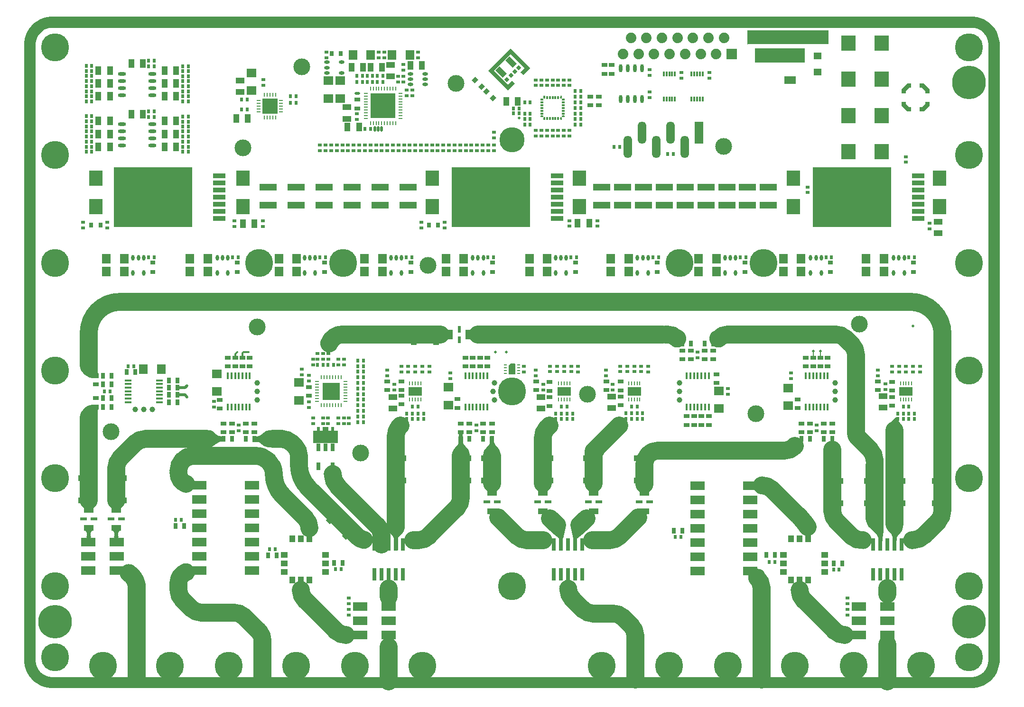
<source format=gts>
G04*
G04 #@! TF.GenerationSoftware,Altium Limited,Altium Designer,19.1.8 (144)*
G04*
G04 Layer_Color=8388736*
%FSLAX44Y44*%
%MOMM*%
G71*
G01*
G75*
%ADD11C,0.2000*%
%ADD14C,0.5000*%
%ADD15C,0.6350*%
%ADD17C,0.3000*%
%ADD20R,0.2500X0.7000*%
%ADD21R,2.3800X1.6500*%
%ADD22C,1.0000*%
%ADD23R,3.0480X1.2700*%
%ADD24R,2.1000X1.4000*%
%ADD25R,1.8000X1.6000*%
%ADD28R,1.1000X1.5000*%
%ADD29R,1.5000X1.1000*%
%ADD32R,1.6000X1.8000*%
%ADD33R,0.4000X0.8500*%
%ADD34R,3.1000X3.1000*%
%ADD35O,0.7500X0.2500*%
%ADD36O,0.2500X0.7500*%
%ADD38R,2.5400X1.6500*%
%ADD41R,0.7600X2.1600*%
%ADD42R,0.8000X1.0000*%
%ADD43R,1.0000X0.8000*%
G04:AMPARAMS|DCode=44|XSize=1mm|YSize=0.8mm|CornerRadius=0mm|HoleSize=0mm|Usage=FLASHONLY|Rotation=135.000|XOffset=0mm|YOffset=0mm|HoleType=Round|Shape=Rectangle|*
%AMROTATEDRECTD44*
4,1,4,0.6364,-0.0707,0.0707,-0.6364,-0.6364,0.0707,-0.0707,0.6364,0.6364,-0.0707,0.0*
%
%ADD44ROTATEDRECTD44*%

G04:AMPARAMS|DCode=45|XSize=1mm|YSize=0.8mm|CornerRadius=0mm|HoleSize=0mm|Usage=FLASHONLY|Rotation=225.000|XOffset=0mm|YOffset=0mm|HoleType=Round|Shape=Rectangle|*
%AMROTATEDRECTD45*
4,1,4,0.0707,0.6364,0.6364,0.0707,-0.0707,-0.6364,-0.6364,-0.0707,0.0707,0.6364,0.0*
%
%ADD45ROTATEDRECTD45*%

%ADD46O,0.6000X1.0000*%
%ADD47O,1.4500X0.6000*%
%ADD48R,4.5000X4.5000*%
%ADD49O,1.0000X0.6000*%
%ADD50R,0.8000X0.9500*%
%ADD51R,0.9500X0.8000*%
G04:AMPARAMS|DCode=53|XSize=0.95mm|YSize=0.8mm|CornerRadius=0mm|HoleSize=0mm|Usage=FLASHONLY|Rotation=45.000|XOffset=0mm|YOffset=0mm|HoleType=Round|Shape=Rectangle|*
%AMROTATEDRECTD53*
4,1,4,-0.0530,-0.6187,-0.6187,-0.0530,0.0530,0.6187,0.6187,0.0530,-0.0530,-0.6187,0.0*
%
%ADD53ROTATEDRECTD53*%

%ADD57R,0.4500X1.2000*%
%ADD58R,2.7500X2.7500*%
%ADD59O,0.6000X1.4500*%
G04:AMPARAMS|DCode=60|XSize=1mm|YSize=1.8mm|CornerRadius=0mm|HoleSize=0mm|Usage=FLASHONLY|Rotation=45.000|XOffset=0mm|YOffset=0mm|HoleType=Round|Shape=Rectangle|*
%AMROTATEDRECTD60*
4,1,4,0.2828,-0.9900,-0.9900,0.2828,-0.2828,0.9900,0.9900,-0.2828,0.2828,-0.9900,0.0*
%
%ADD60ROTATEDRECTD60*%

%ADD61R,1.4000X1.3000*%
%ADD62R,1.2450X0.6100*%
%ADD63R,1.8000X1.0400*%
%ADD66R,0.5000X0.5000*%
%ADD67R,0.3000X0.2000*%
%ADD68R,0.3000X0.5500*%
%ADD69R,0.5500X0.3000*%
%ADD70R,0.2000X0.3000*%
%ADD71R,1.2000X0.4500*%
%ADD72R,0.6100X1.2450*%
%ADD73R,1.0400X1.8000*%
%ADD77O,1.5000X4.0000*%
%ADD78R,1.5000X4.0000*%
%ADD79P,0.7071X4X180.0*%
%ADD80C,3.2000*%
%ADD81C,3.2000*%
%ADD82C,3.1990*%
%ADD83C,3.2000*%
%ADD84C,3.0000*%
%ADD85R,0.6000X0.7000*%
%ADD86R,0.7000X0.6000*%
%ADD87R,2.2860X0.8890*%
%ADD88R,8.8900X10.6680*%
%ADD89R,0.7600X1.4000*%
%ADD90C,6.0000*%
%ADD91R,2.5500X2.7700*%
%ADD92R,2.3500X2.7700*%
%ADD93R,1.2700X1.0200*%
%ADD94R,1.0200X1.2700*%
%ADD95R,1.0000X3.0000*%
G04:AMPARAMS|DCode=96|XSize=0.7mm|YSize=0.6mm|CornerRadius=0mm|HoleSize=0mm|Usage=FLASHONLY|Rotation=135.000|XOffset=0mm|YOffset=0mm|HoleType=Round|Shape=Rectangle|*
%AMROTATEDRECTD96*
4,1,4,0.4596,-0.0354,0.0354,-0.4596,-0.4596,0.0354,-0.0354,0.4596,0.4596,-0.0354,0.0*
%
%ADD96ROTATEDRECTD96*%

%ADD97R,0.5500X0.2500*%
%ADD98O,0.5000X1.0000*%
%ADD99O,1.0000X0.5000*%
%ADD100C,1.8796*%
%ADD101R,1.8796X1.8796*%
%ADD102C,5.0000*%
%ADD103C,4.5000*%
%ADD104C,0.5100*%
G36*
X820000Y669600D02*
X820000Y649600D01*
X145000Y649600D01*
Y649600D01*
X126400D01*
X-529400Y649600D01*
X-820667Y649593D01*
X-822599Y649487D01*
X-826424Y648905D01*
X-830142Y647834D01*
X-833691Y646295D01*
X-837012Y644311D01*
X-840051Y641916D01*
X-842756Y639150D01*
X-845083Y636059D01*
X-846992Y632694D01*
X-848453Y629112D01*
X-849440Y625371D01*
X-849938Y621534D01*
X-850000Y619600D01*
Y619600D01*
D01*
X-850000Y487000D01*
Y480000D01*
X-850000Y472999D01*
X-850000Y-480400D01*
X-849936Y-482362D01*
X-849424Y-486253D01*
X-848408Y-490043D01*
X-846906Y-493669D01*
X-844944Y-497067D01*
X-842555Y-500180D01*
X-839780Y-502955D01*
X-836667Y-505344D01*
X-833269Y-507306D01*
X-829643Y-508808D01*
X-825853Y-509823D01*
X-821962Y-510336D01*
X-820000Y-510400D01*
X-820000D01*
X-820000Y-530400D01*
X-823277Y-530400D01*
X-829775Y-529544D01*
X-836106Y-527848D01*
X-842162Y-525340D01*
X-847838Y-522063D01*
X-853038Y-518073D01*
X-857673Y-513438D01*
X-861663Y-508238D01*
X-864940Y-502562D01*
X-867448Y-496507D01*
X-869145Y-490176D01*
X-870000Y-483677D01*
Y-480400D01*
Y-480400D01*
X-870000Y619600D01*
X-870000D01*
X-870000Y622877D01*
X-869144Y629375D01*
X-867448Y635706D01*
X-864940Y641761D01*
X-861663Y647437D01*
X-857673Y652637D01*
X-853038Y657272D01*
X-847839Y661262D01*
X-842163Y664539D01*
X-836107Y667047D01*
X-829777Y668743D01*
X-823279Y669599D01*
X-820002D01*
X-820002Y669599D01*
X145000Y669600D01*
Y669600D01*
X820000Y669600D01*
D02*
G37*
G36*
X565000Y620000D02*
X420600D01*
X420000Y619400D01*
Y645000D01*
X565000D01*
Y620000D01*
D02*
G37*
G36*
X522500Y587500D02*
X482000D01*
X433500Y587500D01*
Y612500D01*
X522500Y612500D01*
Y587500D01*
D02*
G37*
G36*
X32503Y577597D02*
X19953Y565047D01*
X15851Y569149D01*
X15000Y570000D01*
X15832Y570925D01*
X22503Y577597D01*
X-2497Y602597D01*
X-32497Y572597D01*
X-7497Y547597D01*
X-925Y554168D01*
X0Y555000D01*
X851Y554149D01*
X4953Y550047D01*
X-7497Y537597D01*
X-42497Y572597D01*
X-2497Y612597D01*
X32503Y577597D01*
D02*
G37*
G36*
X712500Y550000D02*
Y542500D01*
X708501Y542500D01*
X702501Y536501D01*
X702498Y532499D01*
X695000Y532500D01*
X695000Y540000D01*
X705000Y550000D01*
X712500Y550000D01*
D02*
G37*
G36*
X745000Y540000D02*
X745000Y532500D01*
X737502Y532499D01*
X737499Y536501D01*
X731499Y542500D01*
X727500Y542500D01*
Y550000D01*
X735000Y550000D01*
X745000Y540000D01*
D02*
G37*
G36*
X89003Y523996D02*
X87852Y522847D01*
X86003Y522846D01*
Y527846D01*
X89003D01*
X89003Y523996D01*
D02*
G37*
G36*
X59003Y522846D02*
X57154Y522847D01*
X56002Y523996D01*
X56003Y527846D01*
X59003D01*
Y522846D01*
D02*
G37*
G36*
X94003Y522846D02*
Y519846D01*
X89003D01*
X89004Y521696D01*
X90153Y522847D01*
X94003Y522846D01*
D02*
G37*
G36*
X56003Y521695D02*
X56003Y519846D01*
X51003D01*
Y522846D01*
X54853Y522847D01*
X56003Y521695D01*
D02*
G37*
G36*
X745000Y517500D02*
X745000Y510000D01*
X735000Y500000D01*
X727500Y500000D01*
Y507500D01*
X731499Y507500D01*
X737499Y513499D01*
X737502Y517501D01*
X745000Y517500D01*
D02*
G37*
G36*
X702501Y513499D02*
X708501Y507500D01*
X712500Y507500D01*
Y500000D01*
X705000Y500000D01*
X695000Y510000D01*
X695000Y517500D01*
X702498Y517501D01*
X702501Y513499D01*
D02*
G37*
G36*
X94003Y489847D02*
X90153Y489846D01*
X89004Y490998D01*
X89003Y492847D01*
X94003D01*
Y489847D01*
D02*
G37*
G36*
X56003Y490998D02*
X54853Y489846D01*
X51003Y489846D01*
Y492846D01*
X56003D01*
X56003Y490998D01*
D02*
G37*
G36*
X87852Y489846D02*
X89004Y488697D01*
X89003Y484847D01*
X86003D01*
Y489846D01*
X87852Y489846D01*
D02*
G37*
G36*
X59004Y484847D02*
X56003D01*
X56003Y488697D01*
X57154Y489846D01*
X59004Y489846D01*
Y484847D01*
D02*
G37*
G36*
X676450Y293710D02*
X537085D01*
Y400390D01*
X676450D01*
Y293710D01*
D02*
G37*
G36*
X31865D02*
X-107500D01*
Y400390D01*
X31865D01*
Y293710D01*
D02*
G37*
G36*
X-570635D02*
X-710000D01*
Y400390D01*
X-570635D01*
Y293710D01*
D02*
G37*
G36*
X5000Y49352D02*
X5140Y49344D01*
X5279Y49321D01*
X5414Y49282D01*
X5543Y49228D01*
X5666Y49160D01*
X5781Y49079D01*
X5874Y48995D01*
X5885Y48985D01*
Y48985D01*
X5885D01*
X5895Y48974D01*
X5979Y48881D01*
X6060Y48766D01*
X6128Y48643D01*
X6182Y48514D01*
X6221Y48379D01*
X6244Y48240D01*
X6252Y48100D01*
Y31100D01*
X6244Y30960D01*
X6221Y30821D01*
X6182Y30687D01*
X6128Y30557D01*
X6060Y30434D01*
X5979Y30319D01*
X5885Y30215D01*
X5781Y30121D01*
X5666Y30040D01*
X5543Y29972D01*
X5414Y29918D01*
X5279Y29880D01*
X5140Y29856D01*
X5000Y29848D01*
X-5000D01*
X-5140Y29856D01*
X-5278Y29880D01*
X-5414Y29918D01*
X-5543Y29972D01*
X-5666Y30040D01*
X-5781Y30121D01*
X-5885Y30215D01*
X-5979Y30319D01*
X-6060Y30434D01*
X-6128Y30557D01*
X-6182Y30687D01*
X-6220Y30821D01*
X-6244Y30960D01*
X-6252Y31100D01*
X-6252Y45100D01*
X-6244Y45240D01*
X-6220Y45379D01*
X-6182Y45514D01*
X-6144Y45605D01*
X-6128Y45643D01*
X-6060Y45766D01*
X-5979Y45881D01*
X-5885Y45985D01*
X-2885Y48986D01*
X-2885D01*
Y48986D01*
X-2879Y48991D01*
X-2781Y49079D01*
X-2666Y49160D01*
X-2543Y49228D01*
X-2413Y49282D01*
X-2279Y49321D01*
X-2238Y49328D01*
X-2140Y49344D01*
X-2008Y49352D01*
X-2000Y49352D01*
D01*
X-2000D01*
X5000Y49352D01*
D02*
G37*
G36*
X-739250Y33750D02*
X-737250Y31750D01*
Y23750D01*
X-748352D01*
X-753259Y24726D01*
X-757881Y26641D01*
X-762042Y29420D01*
X-765580Y32958D01*
X-768359Y37118D01*
X-770274Y41741D01*
X-771250Y46648D01*
Y49150D01*
Y56000D01*
X-739250D01*
Y33750D01*
D02*
G37*
G36*
X-737250Y-31750D02*
X-739250Y-33750D01*
Y-56000D01*
X-771250D01*
Y-49150D01*
Y-46649D01*
X-770274Y-41741D01*
X-768359Y-37119D01*
X-765580Y-32959D01*
X-762042Y-29421D01*
X-757881Y-26641D01*
X-753259Y-24726D01*
X-748352Y-23750D01*
X-737250D01*
Y-31750D01*
D02*
G37*
G36*
X696000Y-62000D02*
X687000D01*
X684000Y-65000D01*
X676000Y-57000D01*
X674000D01*
X685000Y-46000D01*
X696000Y-62000D01*
D02*
G37*
G36*
X-311000Y-70500D02*
Y-92700D01*
X-355000Y-92700D01*
Y-70500D01*
X-311000Y-70500D01*
D02*
G37*
G36*
X-537696Y-69939D02*
X-534434Y-71290D01*
X-531498Y-73252D01*
X-530250Y-74500D01*
X-528389Y-76361D01*
X-527424Y-77236D01*
X-525259Y-78682D01*
X-522854Y-79678D01*
X-520302Y-80186D01*
X-519000Y-80250D01*
X-511000D01*
Y-90250D01*
X-519861D01*
X-520781Y-90295D01*
X-522586Y-90654D01*
X-524287Y-91359D01*
X-525817Y-92381D01*
X-526500Y-93000D01*
X-528105Y-94605D01*
X-531880Y-97127D01*
X-536074Y-98864D01*
X-540526Y-99750D01*
X-548250D01*
Y-69250D01*
X-541159D01*
X-537696Y-69939D01*
D02*
G37*
G36*
X-426251Y-100093D02*
X-433975D01*
X-438427Y-99207D01*
X-442621Y-97470D01*
X-446396Y-94948D01*
X-448001Y-93343D01*
X-448684Y-92724D01*
X-450214Y-91702D01*
X-451914Y-90997D01*
X-453720Y-90638D01*
X-454640Y-90593D01*
X-463501D01*
Y-80593D01*
X-455501D01*
X-454199Y-80529D01*
X-451646Y-80021D01*
X-449241Y-79025D01*
X-447077Y-77579D01*
X-446112Y-76704D01*
X-444251Y-74843D01*
X-444251D01*
X-443003Y-73595D01*
X-440067Y-71633D01*
X-436805Y-70282D01*
X-433342Y-69593D01*
X-426251D01*
Y-100093D01*
D02*
G37*
G36*
X-31750Y-90250D02*
X-31712Y-91019D01*
X-31412Y-92528D01*
X-30824Y-93948D01*
X-29969Y-95227D01*
X-29452Y-95798D01*
X-27190Y-98061D01*
X-27190Y-98061D01*
X-25420Y-99830D01*
X-22641Y-103990D01*
X-20726Y-108612D01*
X-19750Y-113519D01*
Y-116021D01*
Y-117500D01*
X-19750Y-117500D01*
X-19812Y-117444D01*
X-19951Y-117351D01*
X-20106Y-117287D01*
X-20270Y-117254D01*
X-20354Y-117250D01*
X-51750D01*
Y-116771D01*
Y-114269D01*
X-50774Y-109362D01*
X-48859Y-104740D01*
X-46080Y-100580D01*
X-44310Y-98811D01*
X-42579Y-97079D01*
X-42579D01*
X-41942Y-96377D01*
X-40891Y-94803D01*
X-40166Y-93053D01*
X-39797Y-91197D01*
X-39750Y-90250D01*
Y-80250D01*
X-31750D01*
Y-90250D01*
D02*
G37*
G36*
X-87250D02*
X-87212Y-91019D01*
X-86912Y-92528D01*
X-86324Y-93948D01*
X-85469Y-95227D01*
X-84952Y-95798D01*
X-82690Y-98061D01*
X-82690Y-98061D01*
X-80920Y-99830D01*
X-78141Y-103990D01*
X-76226Y-108612D01*
X-75250Y-113519D01*
Y-116021D01*
Y-117500D01*
X-75250Y-117500D01*
X-75312Y-117444D01*
X-75451Y-117351D01*
X-75606Y-117287D01*
X-75770Y-117254D01*
X-75854Y-117250D01*
X-107250D01*
Y-116771D01*
Y-114269D01*
X-106274Y-109362D01*
X-104359Y-104740D01*
X-101580Y-100580D01*
X-99810Y-98811D01*
X-98079Y-97079D01*
X-98079D01*
X-97442Y-96377D01*
X-96391Y-94803D01*
X-95666Y-93053D01*
X-95297Y-91197D01*
X-95250Y-90250D01*
Y-80250D01*
X-87250D01*
Y-90250D01*
D02*
G37*
G36*
X-700253Y-249369D02*
X-700793Y-249608D01*
X-701269Y-250006D01*
X-701682Y-250564D01*
X-702031Y-251281D01*
X-702317Y-252157D01*
X-702539Y-253193D01*
X-702698Y-254388D01*
X-702761Y-255282D01*
X-702539Y-257507D01*
X-702317Y-258542D01*
X-702031Y-259419D01*
X-701682Y-260136D01*
X-701269Y-260694D01*
X-700793Y-261092D01*
X-700253Y-261331D01*
X-699650Y-261411D01*
X-712350D01*
X-711747Y-261331D01*
X-711207Y-261092D01*
X-710731Y-260694D01*
X-710318Y-260136D01*
X-709969Y-259419D01*
X-709683Y-258542D01*
X-709461Y-257507D01*
X-709302Y-256311D01*
X-709239Y-255418D01*
X-709461Y-253193D01*
X-709683Y-252157D01*
X-709969Y-251281D01*
X-710318Y-250564D01*
X-710731Y-250006D01*
X-711207Y-249608D01*
X-711747Y-249369D01*
X-712350Y-249289D01*
X-699650D01*
X-700253Y-249369D01*
D02*
G37*
G36*
X-749453D02*
X-749993Y-249608D01*
X-750469Y-250006D01*
X-750882Y-250564D01*
X-751231Y-251281D01*
X-751517Y-252157D01*
X-751739Y-253193D01*
X-751898Y-254388D01*
X-751961Y-255282D01*
X-751739Y-257507D01*
X-751517Y-258542D01*
X-751231Y-259419D01*
X-750882Y-260136D01*
X-750469Y-260694D01*
X-749993Y-261092D01*
X-749453Y-261331D01*
X-748850Y-261411D01*
X-761550D01*
X-760947Y-261331D01*
X-760407Y-261092D01*
X-759931Y-260694D01*
X-759518Y-260136D01*
X-759169Y-259419D01*
X-758883Y-258542D01*
X-758661Y-257507D01*
X-758502Y-256311D01*
X-758439Y-255418D01*
X-758661Y-253193D01*
X-758883Y-252157D01*
X-759169Y-251281D01*
X-759518Y-250564D01*
X-759931Y-250006D01*
X-760407Y-249608D01*
X-760947Y-249369D01*
X-761550Y-249289D01*
X-748850D01*
X-749453Y-249369D01*
D02*
G37*
G36*
X130000Y-252250D02*
X116875Y-262550D01*
X109275D01*
X104500Y-239500D01*
X130000Y-252250D01*
D02*
G37*
G36*
X91475Y-262550D02*
X83875D01*
X70750Y-252250D01*
X96250Y-239500D01*
X91475Y-262550D01*
D02*
G37*
G36*
X698000Y-240118D02*
Y-242052D01*
X697245Y-245845D01*
X695766Y-249417D01*
X693617Y-252633D01*
X692250Y-254000D01*
X688445Y-257806D01*
Y-257806D01*
X688007Y-258288D01*
X687284Y-259370D01*
X686786Y-260573D01*
X686532Y-261849D01*
X686500Y-262500D01*
Y-266750D01*
X679500D01*
X678750Y-261250D01*
X678698Y-260185D01*
X678282Y-258096D01*
X677467Y-256129D01*
X676284Y-254358D01*
X675568Y-253568D01*
X674439Y-252439D01*
X672671Y-250671D01*
X669891Y-246510D01*
X667976Y-241888D01*
X667000Y-236981D01*
Y-234479D01*
Y-234000D01*
X698000D01*
Y-240118D01*
D02*
G37*
G36*
X663250Y-250769D02*
X661202Y-262508D01*
Y-262508D01*
X661155Y-262648D01*
X661079Y-262933D01*
X661029Y-263223D01*
X661003Y-263517D01*
X661000Y-263664D01*
Y-268000D01*
X653500D01*
Y-262500D01*
X653500Y-262500D01*
X653455Y-261579D01*
X653095Y-259773D01*
X652391Y-258072D01*
X651368Y-256541D01*
X650749Y-255858D01*
X637764Y-242874D01*
Y-242874D01*
X636275Y-241384D01*
X633934Y-237881D01*
X632322Y-233989D01*
X631500Y-229856D01*
Y-227750D01*
X663250Y-223250D01*
X663250Y-250769D01*
D02*
G37*
G36*
X-191250Y-242290D02*
Y-243897D01*
X-191877Y-247049D01*
X-193107Y-250018D01*
X-194892Y-252690D01*
X-196028Y-253827D01*
X-202615Y-260413D01*
Y-260413D01*
X-202814Y-260632D01*
X-203143Y-261125D01*
X-203370Y-261673D01*
X-203485Y-262254D01*
X-203500Y-262550D01*
Y-284150D01*
X-211100D01*
Y-262550D01*
X-211128Y-261982D01*
X-211350Y-260868D01*
X-211784Y-259819D01*
X-212415Y-258874D01*
X-212797Y-258453D01*
X-217500Y-253750D01*
X-217500Y-253750D01*
X-218808Y-252442D01*
X-220863Y-249367D01*
X-222278Y-245949D01*
X-223000Y-242321D01*
Y-240472D01*
Y-238500D01*
X-191250Y-234000D01*
Y-242290D01*
D02*
G37*
G36*
X-228900Y-262550D02*
Y-284150D01*
X-236500D01*
Y-262550D01*
X-249000Y-253500D01*
X-224250Y-241500D01*
X-228900Y-262550D01*
D02*
G37*
G36*
X820001Y669600D02*
X823278Y669600D01*
X829776Y668744D01*
X836107Y667048D01*
X842162Y664540D01*
X847839Y661263D01*
X853038Y657272D01*
X857673Y652638D01*
X861663Y647438D01*
X864940Y641762D01*
X867448Y635706D01*
X869145Y629375D01*
X870000Y622877D01*
X870000Y619600D01*
X870000Y-480400D01*
X870000D01*
X870000Y-483677D01*
X869145Y-490176D01*
X867448Y-496507D01*
X864940Y-502562D01*
X861663Y-508238D01*
X857673Y-513438D01*
X853038Y-518073D01*
X847839Y-522063D01*
X842162Y-525340D01*
X836107Y-527848D01*
X829776Y-529545D01*
X823277Y-530400D01*
X820000Y-530400D01*
X820000D01*
X70000Y-530400D01*
X-820000D01*
X-820000Y-510400D01*
X70000D01*
D01*
X820000Y-510400D01*
X821962Y-510336D01*
X825853Y-509823D01*
X829643Y-508808D01*
X833269Y-507306D01*
X836667Y-505344D01*
X839781Y-502955D01*
X842555Y-500180D01*
X844944Y-497067D01*
X846906Y-493669D01*
X848408Y-490043D01*
X849424Y-486253D01*
X849936Y-482362D01*
X850000Y-480400D01*
X850000Y-480400D01*
X863333Y-480400D01*
X850000Y-480400D01*
X850000Y619599D01*
X850000Y619599D01*
X849936Y621562D01*
X849424Y625452D01*
X848408Y629243D01*
X846906Y632868D01*
X844944Y636267D01*
X842555Y639380D01*
X839781Y642155D01*
X836667Y644544D01*
X833269Y646506D01*
X829643Y648008D01*
X825853Y649024D01*
X821962Y649536D01*
X820000Y649600D01*
X820001Y669600D01*
X820000D01*
X820001Y669600D01*
Y669600D01*
D02*
G37*
D11*
X537500Y61000D02*
Y72000D01*
X550500Y61000D02*
Y72000D01*
D14*
X-583527Y-6500D02*
X-580027Y-10000D01*
X-597000Y-6500D02*
X-583527D01*
X-583527Y6500D02*
X-580027Y10000D01*
X-597000Y6500D02*
X-583527D01*
D15*
X-670000Y-345800D02*
G03*
X-695400Y-320400I-25400J0D01*
G01*
X54998Y-181650D02*
Y-149748D01*
X-705200Y-320400D02*
X-695400D01*
X-755200Y-211650D02*
Y-186250D01*
X145750Y-159750D02*
Y-148248D01*
Y-181650D02*
Y-159750D01*
X682700Y-172250D02*
Y-160000D01*
Y-200000D02*
Y-187750D01*
X-91250Y-85250D02*
Y-73000D01*
X-755200Y-268800D02*
Y-244150D01*
X-706000Y-268800D02*
Y-244150D01*
D17*
X-493750Y66250D02*
X-490000Y70000D01*
X-493750Y60000D02*
Y66250D01*
X-480750Y68500D02*
X-479250Y70000D01*
X-480750Y60000D02*
Y68500D01*
X-479250Y70000D02*
X-470000D01*
D20*
X693147Y-14350D02*
D03*
X698147D02*
D03*
X703147D02*
D03*
X708147D02*
D03*
X713147D02*
D03*
Y14150D02*
D03*
X708147D02*
D03*
X703147D02*
D03*
X698147D02*
D03*
X693147D02*
D03*
X83197Y-14349D02*
D03*
X88197D02*
D03*
X93197D02*
D03*
X98197D02*
D03*
X103197D02*
D03*
Y14151D02*
D03*
X98197D02*
D03*
X93197D02*
D03*
X88197D02*
D03*
X83197D02*
D03*
X208197Y-14300D02*
D03*
X213197D02*
D03*
X218197D02*
D03*
X223197D02*
D03*
X228197D02*
D03*
Y14200D02*
D03*
X223197D02*
D03*
X218197D02*
D03*
X213197D02*
D03*
X208197D02*
D03*
X-182553Y-14350D02*
D03*
X-177553D02*
D03*
X-172553D02*
D03*
X-167553D02*
D03*
X-162553D02*
D03*
Y14150D02*
D03*
X-167553D02*
D03*
X-172553D02*
D03*
X-177553D02*
D03*
X-182553D02*
D03*
D21*
X703147Y-100D02*
D03*
X93197Y-99D02*
D03*
X218197Y-50D02*
D03*
X-172553Y-100D02*
D03*
D22*
X-31000Y15250D02*
D03*
Y-15250D02*
D03*
X-454750Y15250D02*
D03*
X576500Y15250D02*
D03*
X576500Y0D02*
D03*
X576500Y-15250D02*
D03*
X-454750Y-0D02*
D03*
Y-15250D02*
D03*
X-34233Y0D02*
D03*
X299000Y-15250D02*
D03*
Y0D02*
D03*
Y15250D02*
D03*
Y0D02*
D03*
X-641750Y-32500D02*
D03*
X-657000D02*
D03*
X-672250D02*
D03*
D23*
X420378Y332450D02*
D03*
Y364450D02*
D03*
X-285050Y332450D02*
D03*
Y364450D02*
D03*
X-335050Y332450D02*
D03*
Y364450D02*
D03*
X308787Y332450D02*
D03*
Y364450D02*
D03*
X271591Y332450D02*
D03*
Y364450D02*
D03*
X234394Y332450D02*
D03*
Y364450D02*
D03*
X160000Y332450D02*
D03*
Y364450D02*
D03*
X197197Y332450D02*
D03*
Y364450D02*
D03*
X345984Y332450D02*
D03*
Y364450D02*
D03*
X383181Y332450D02*
D03*
Y364450D02*
D03*
X457575Y332450D02*
D03*
Y364450D02*
D03*
X-435050Y332450D02*
D03*
Y364450D02*
D03*
X-385050Y332450D02*
D03*
Y364450D02*
D03*
X-235050Y332450D02*
D03*
Y364450D02*
D03*
X-185050Y332450D02*
D03*
Y364450D02*
D03*
D24*
X496000Y555873D02*
D03*
Y599873D02*
D03*
D25*
X-327500Y555000D02*
D03*
Y523000D02*
D03*
X-306500Y555000D02*
D03*
Y523000D02*
D03*
X492500Y-26000D02*
D03*
X492500Y6000D02*
D03*
X-465000Y537000D02*
D03*
Y569000D02*
D03*
X-113000Y-25000D02*
D03*
Y7000D02*
D03*
X369000Y-31000D02*
D03*
Y1000D02*
D03*
X-526851Y31500D02*
D03*
Y-500D02*
D03*
X-380000Y15876D02*
D03*
Y-16123D02*
D03*
D28*
X117250Y300000D02*
D03*
X137750D02*
D03*
X-717500Y572900D02*
D03*
X-738000D02*
D03*
X-717500Y526900D02*
D03*
X-738000D02*
D03*
X-717500Y549925D02*
D03*
X-738000D02*
D03*
X-619750Y526900D02*
D03*
X-599250D02*
D03*
X-620000Y549925D02*
D03*
X-599500D02*
D03*
X-658500Y585400D02*
D03*
X-679000D02*
D03*
X-619750Y436900D02*
D03*
X-599250D02*
D03*
X-620000Y459925D02*
D03*
X-599500D02*
D03*
X-717500Y482900D02*
D03*
X-738000D02*
D03*
X-717500Y459925D02*
D03*
X-738000D02*
D03*
X-717500Y436900D02*
D03*
X-738000D02*
D03*
X-658500Y495400D02*
D03*
X-679000D02*
D03*
X-266000Y579000D02*
D03*
X-286500D02*
D03*
X-252500D02*
D03*
X-232000D02*
D03*
X-620000Y572900D02*
D03*
X-599500D02*
D03*
X-620000Y482900D02*
D03*
X-599500Y482900D02*
D03*
X-459750Y299505D02*
D03*
X-480250D02*
D03*
X-492250Y487100D02*
D03*
X-471750Y487100D02*
D03*
X-160500Y582000D02*
D03*
X-181000Y582000D02*
D03*
X-273000Y472000D02*
D03*
X-293500Y472000D02*
D03*
X-9997Y517597D02*
D03*
X10503D02*
D03*
D29*
X760000Y302750D02*
D03*
Y282250D02*
D03*
X-217000Y562500D02*
D03*
X-217000Y583000D02*
D03*
X662000Y-29250D02*
D03*
Y-8750D02*
D03*
X-485000Y555250D02*
D03*
Y534750D02*
D03*
X-295000Y507500D02*
D03*
X-295000Y487000D02*
D03*
X51700Y-30650D02*
D03*
Y-10150D02*
D03*
X-212300Y-30650D02*
D03*
X-212300Y-10150D02*
D03*
X177700Y-29650D02*
D03*
Y-9150D02*
D03*
D32*
X-692000Y213600D02*
D03*
X-724000D02*
D03*
X516000D02*
D03*
X484000D02*
D03*
X-543000D02*
D03*
X-575000D02*
D03*
X-86000D02*
D03*
X-118000D02*
D03*
X365000D02*
D03*
X333000D02*
D03*
X664000D02*
D03*
X632000D02*
D03*
X63000D02*
D03*
X31000D02*
D03*
X208000D02*
D03*
X176000D02*
D03*
X-231000D02*
D03*
X-263000D02*
D03*
X-384000D02*
D03*
X-416000D02*
D03*
X-692000Y236600D02*
D03*
X-724000D02*
D03*
X516000D02*
D03*
X484000D02*
D03*
X-543000D02*
D03*
X-575000D02*
D03*
X-86000D02*
D03*
X-118000D02*
D03*
X365000D02*
D03*
X333000D02*
D03*
X664000D02*
D03*
X632000D02*
D03*
X63000D02*
D03*
X31000D02*
D03*
X208000D02*
D03*
X176000D02*
D03*
X-231000D02*
D03*
X-263000D02*
D03*
X-384000D02*
D03*
X-416000D02*
D03*
X-252000Y601000D02*
D03*
X-284000Y601000D02*
D03*
X-214000Y601000D02*
D03*
X-182000D02*
D03*
X-625500Y39600D02*
D03*
X-657500Y39600D02*
D03*
D33*
X290753Y522103D02*
D03*
X285753D02*
D03*
X280753D02*
D03*
X275753D02*
D03*
X270753D02*
D03*
Y567103D02*
D03*
X275753Y567103D02*
D03*
X280753Y567103D02*
D03*
X290753Y567103D02*
D03*
X285753Y567103D02*
D03*
X335000Y567100D02*
D03*
X340000Y567100D02*
D03*
X330000Y567100D02*
D03*
X325000Y567100D02*
D03*
X320000D02*
D03*
X320000Y522100D02*
D03*
X325000D02*
D03*
X330000Y522100D02*
D03*
X335000D02*
D03*
X340000Y522100D02*
D03*
D34*
X-322540Y-124D02*
D03*
D35*
X-347540Y-17623D02*
D03*
Y-12623D02*
D03*
Y-7624D02*
D03*
Y-2623D02*
D03*
Y2377D02*
D03*
Y7376D02*
D03*
Y12377D02*
D03*
Y17377D02*
D03*
X-297540D02*
D03*
Y12377D02*
D03*
Y7376D02*
D03*
Y2377D02*
D03*
Y-2623D02*
D03*
Y-7624D02*
D03*
Y-12623D02*
D03*
X-297540Y-17623D02*
D03*
X-199250Y532500D02*
D03*
Y527500D02*
D03*
Y522500D02*
D03*
Y517500D02*
D03*
Y512500D02*
D03*
Y507500D02*
D03*
Y502500D02*
D03*
Y497500D02*
D03*
Y492500D02*
D03*
Y487500D02*
D03*
X-260750D02*
D03*
X-260750Y492500D02*
D03*
Y497500D02*
D03*
Y502500D02*
D03*
X-260750Y507500D02*
D03*
Y512500D02*
D03*
X-260750Y517500D02*
D03*
X-260750Y522500D02*
D03*
X-260750Y527500D02*
D03*
X-260750Y532500D02*
D03*
X-412000Y519500D02*
D03*
X-412000Y514500D02*
D03*
X-412000Y509500D02*
D03*
Y504500D02*
D03*
X-412000Y499500D02*
D03*
X-452000D02*
D03*
Y504500D02*
D03*
Y509500D02*
D03*
X-452000Y514500D02*
D03*
Y519500D02*
D03*
D36*
X-340040Y24877D02*
D03*
X-335040D02*
D03*
X-330040D02*
D03*
X-325040D02*
D03*
X-320040D02*
D03*
X-315040D02*
D03*
X-310040D02*
D03*
X-305040D02*
D03*
Y-25124D02*
D03*
X-310040D02*
D03*
X-315040D02*
D03*
X-320040D02*
D03*
X-325040D02*
D03*
X-330040D02*
D03*
X-335040D02*
D03*
X-340040D02*
D03*
X-207500Y479250D02*
D03*
X-212500D02*
D03*
X-217500D02*
D03*
X-222500D02*
D03*
X-227500D02*
D03*
X-232500D02*
D03*
X-237500D02*
D03*
X-242500D02*
D03*
X-247500D02*
D03*
X-252500D02*
D03*
Y540750D02*
D03*
X-247500D02*
D03*
X-242500D02*
D03*
X-237500D02*
D03*
X-232500D02*
D03*
X-227500D02*
D03*
X-222500D02*
D03*
X-217500D02*
D03*
X-212500D02*
D03*
X-207500D02*
D03*
X-442000Y529500D02*
D03*
X-437000Y529500D02*
D03*
X-432000Y529500D02*
D03*
X-427000Y529500D02*
D03*
X-422000Y489500D02*
D03*
X-427000Y489500D02*
D03*
X-432000D02*
D03*
X-437000D02*
D03*
X-442000D02*
D03*
X-422000Y529500D02*
D03*
D38*
X-270800Y-435400D02*
D03*
Y-410000D02*
D03*
Y-384600D02*
D03*
X-220000D02*
D03*
Y-410000D02*
D03*
Y-435400D02*
D03*
X331250Y-168300D02*
D03*
Y-193700D02*
D03*
Y-219100D02*
D03*
Y-244500D02*
D03*
Y-269900D02*
D03*
Y-295300D02*
D03*
Y-320700D02*
D03*
X425250Y-320700D02*
D03*
Y-295300D02*
D03*
Y-269900D02*
D03*
Y-244500D02*
D03*
X425250Y-219100D02*
D03*
X425250Y-193700D02*
D03*
Y-168300D02*
D03*
X670000Y-435400D02*
D03*
Y-410000D02*
D03*
Y-384600D02*
D03*
X619200D02*
D03*
X619200Y-410000D02*
D03*
X619200Y-435400D02*
D03*
X-756000Y-320400D02*
D03*
X-756000Y-295000D02*
D03*
X-756000Y-269600D02*
D03*
X-705200D02*
D03*
Y-295000D02*
D03*
Y-320400D02*
D03*
X-558250Y-168100D02*
D03*
X-558250Y-193500D02*
D03*
X-558250Y-218900D02*
D03*
Y-244300D02*
D03*
Y-269700D02*
D03*
Y-295100D02*
D03*
Y-320500D02*
D03*
X-464250D02*
D03*
Y-295100D02*
D03*
Y-269700D02*
D03*
Y-244300D02*
D03*
Y-218900D02*
D03*
Y-193500D02*
D03*
Y-168100D02*
D03*
D41*
X644600Y-326950D02*
D03*
X657300D02*
D03*
X670000D02*
D03*
X682700D02*
D03*
X695400D02*
D03*
Y-273350D02*
D03*
X682700D02*
D03*
X670000D02*
D03*
X657300D02*
D03*
X644600D02*
D03*
X74975D02*
D03*
X87675D02*
D03*
X100375D02*
D03*
X113075D02*
D03*
X125775D02*
D03*
Y-326950D02*
D03*
X113075D02*
D03*
X100375D02*
D03*
X87675D02*
D03*
X74975D02*
D03*
X-245400Y-273350D02*
D03*
X-232700D02*
D03*
X-220000D02*
D03*
X-207300D02*
D03*
X-194600D02*
D03*
Y-326950D02*
D03*
X-207300Y-326950D02*
D03*
X-220000Y-326950D02*
D03*
X-232700D02*
D03*
X-245400D02*
D03*
D42*
X698200Y-160000D02*
D03*
X682700D02*
D03*
X698200Y-200000D02*
D03*
X682700D02*
D03*
X-755200Y-155250D02*
D03*
X-770700D02*
D03*
X-755200Y-195250D02*
D03*
X-770700D02*
D03*
X-706000Y-155250D02*
D03*
X-690500D02*
D03*
X-706000Y-195250D02*
D03*
X-690500D02*
D03*
X-207300Y-119750D02*
D03*
X-191800D02*
D03*
X-207300Y-159750D02*
D03*
X-191800D02*
D03*
X-91250D02*
D03*
X-75750D02*
D03*
X-91250Y-119750D02*
D03*
X-75750D02*
D03*
X-35750D02*
D03*
X-51250D02*
D03*
X-35750Y-159750D02*
D03*
X-51250D02*
D03*
X145750Y-119750D02*
D03*
X130250D02*
D03*
X145750Y-159750D02*
D03*
X130250D02*
D03*
X647300Y-160000D02*
D03*
X631800D02*
D03*
X647300Y-200000D02*
D03*
X631800D02*
D03*
X768250Y-160002D02*
D03*
X752750D02*
D03*
X571750Y-160000D02*
D03*
X587250D02*
D03*
X768250Y-200002D02*
D03*
X752750D02*
D03*
X236500Y-119750D02*
D03*
X221000D02*
D03*
X236500Y-159750D02*
D03*
X221000D02*
D03*
X571750Y-200000D02*
D03*
X587250D02*
D03*
X55000Y-119750D02*
D03*
X70500D02*
D03*
X55000Y-159750D02*
D03*
X70500D02*
D03*
X-147250Y101600D02*
D03*
X-162750D02*
D03*
X-435500Y-293500D02*
D03*
X-420000D02*
D03*
X-585000Y-241000D02*
D03*
X-600500D02*
D03*
X453500Y-292530D02*
D03*
X469000D02*
D03*
X304000Y-249000D02*
D03*
X288500D02*
D03*
X-317500Y-306500D02*
D03*
X-302000D02*
D03*
X556250Y-85250D02*
D03*
X571750D02*
D03*
X516250D02*
D03*
X531750D02*
D03*
X573750Y-307770D02*
D03*
X589250D02*
D03*
X319250Y85250D02*
D03*
X303750D02*
D03*
X359250D02*
D03*
X343750D02*
D03*
X-515000Y-85250D02*
D03*
X-499500D02*
D03*
X-612500Y19500D02*
D03*
X-597000D02*
D03*
X-730000Y-27750D02*
D03*
X-714500D02*
D03*
X-687750Y34600D02*
D03*
X-672250D02*
D03*
X-51250Y-85250D02*
D03*
X-35750D02*
D03*
X-91250D02*
D03*
X-75750D02*
D03*
X-475000Y-85250D02*
D03*
X-459500D02*
D03*
X-730000Y27750D02*
D03*
X-714500D02*
D03*
Y12250D02*
D03*
X-730000D02*
D03*
X-612500Y6500D02*
D03*
X-597000D02*
D03*
X-730000Y-12250D02*
D03*
X-714500D02*
D03*
X-612500Y-19500D02*
D03*
X-597000D02*
D03*
X-612500Y-6500D02*
D03*
X-597000D02*
D03*
D43*
X682700Y-187750D02*
D03*
Y-172250D02*
D03*
X-755200Y-167500D02*
D03*
Y-183000D02*
D03*
X-706000Y-167500D02*
D03*
Y-183000D02*
D03*
X-207300Y-132000D02*
D03*
Y-147500D02*
D03*
X-91250D02*
D03*
Y-132000D02*
D03*
X-35750D02*
D03*
Y-147500D02*
D03*
X145750Y-132000D02*
D03*
Y-147500D02*
D03*
X647300Y-172250D02*
D03*
Y-187750D02*
D03*
X768250Y-172252D02*
D03*
Y-187752D02*
D03*
X236500Y-132000D02*
D03*
Y-147500D02*
D03*
X571750Y-172250D02*
D03*
Y-187750D02*
D03*
X55000Y-132000D02*
D03*
Y-147500D02*
D03*
X-135000Y101600D02*
D03*
Y86100D02*
D03*
X-175000Y101600D02*
D03*
Y86100D02*
D03*
X165000Y567250D02*
D03*
Y582750D02*
D03*
X177500Y567250D02*
D03*
Y582750D02*
D03*
X155000Y511000D02*
D03*
Y526500D02*
D03*
X140000Y511000D02*
D03*
Y526500D02*
D03*
X-276000Y521000D02*
D03*
Y505500D02*
D03*
X563500Y44500D02*
D03*
Y60000D02*
D03*
X550500Y44500D02*
D03*
Y60000D02*
D03*
X537500Y44500D02*
D03*
Y60000D02*
D03*
X524500D02*
D03*
Y44500D02*
D03*
X510000Y-30000D02*
D03*
Y-14500D02*
D03*
X571750Y-73000D02*
D03*
Y-57500D02*
D03*
X556250Y-73000D02*
D03*
Y-57500D02*
D03*
X531750Y-73000D02*
D03*
Y-57500D02*
D03*
X516250Y-73000D02*
D03*
Y-57500D02*
D03*
X678000Y1250D02*
D03*
Y16750D02*
D03*
X653147Y17650D02*
D03*
Y2150D02*
D03*
X678000Y-10000D02*
D03*
Y-25500D02*
D03*
X325000Y-44500D02*
D03*
Y-60000D02*
D03*
X338000Y-44500D02*
D03*
Y-60000D02*
D03*
X-83000Y44500D02*
D03*
Y60000D02*
D03*
X168197Y17700D02*
D03*
Y2200D02*
D03*
X-44000Y44500D02*
D03*
Y60000D02*
D03*
X-97000Y-29500D02*
D03*
Y-14000D02*
D03*
X66700Y-10650D02*
D03*
Y-26150D02*
D03*
X-91250Y-73000D02*
D03*
Y-57500D02*
D03*
X-35750Y-73000D02*
D03*
Y-57500D02*
D03*
X66700Y850D02*
D03*
Y16350D02*
D03*
X-362000Y7627D02*
D03*
Y-7873D02*
D03*
X-75750Y-73000D02*
D03*
Y-57500D02*
D03*
X-51250Y-73000D02*
D03*
Y-57500D02*
D03*
X-197553Y2150D02*
D03*
Y17650D02*
D03*
X-197300Y-7650D02*
D03*
Y-23150D02*
D03*
X-506750Y44500D02*
D03*
Y60000D02*
D03*
X-742250Y27750D02*
D03*
Y12250D02*
D03*
X-480750Y44500D02*
D03*
Y60000D02*
D03*
X-493750Y44500D02*
D03*
Y60000D02*
D03*
X-742250Y-12250D02*
D03*
Y-27750D02*
D03*
X351000Y-44500D02*
D03*
Y-60000D02*
D03*
X365000Y30250D02*
D03*
Y14750D02*
D03*
X359250Y73000D02*
D03*
Y57500D02*
D03*
X43197Y17651D02*
D03*
Y2150D02*
D03*
X-70000Y44500D02*
D03*
Y60000D02*
D03*
X-515000Y-73000D02*
D03*
Y-57500D02*
D03*
X-521850Y-30750D02*
D03*
Y-15250D02*
D03*
X-467750Y44500D02*
D03*
Y60000D02*
D03*
X193700Y1850D02*
D03*
Y17350D02*
D03*
X312000Y-44500D02*
D03*
Y-60000D02*
D03*
X319250Y73000D02*
D03*
Y57500D02*
D03*
X303750Y73000D02*
D03*
Y57500D02*
D03*
X193700Y-9650D02*
D03*
Y-25150D02*
D03*
X343750Y73000D02*
D03*
Y57500D02*
D03*
X-57000Y44500D02*
D03*
X-57000Y60000D02*
D03*
X-222553Y17650D02*
D03*
Y2150D02*
D03*
X-499500Y-73000D02*
D03*
Y-57500D02*
D03*
X-475000Y-73000D02*
D03*
Y-57500D02*
D03*
X-459500Y-73000D02*
D03*
Y-57500D02*
D03*
D44*
X-315100Y-220300D02*
D03*
X-326060Y-231260D02*
D03*
X-286500Y-248500D02*
D03*
X-297460Y-259460D02*
D03*
D45*
X-306321Y-229079D02*
D03*
X-295360Y-240039D02*
D03*
D46*
X551913Y238600D02*
D03*
X542413D02*
D03*
X532913D02*
D03*
X551913Y211600D02*
D03*
X532913D02*
D03*
X-351087Y238600D02*
D03*
X-360587D02*
D03*
X-370087D02*
D03*
X-351087Y211600D02*
D03*
X-370087D02*
D03*
X96913Y238600D02*
D03*
X87413D02*
D03*
X77913D02*
D03*
X96913Y211600D02*
D03*
X77913D02*
D03*
X242913Y238600D02*
D03*
X233413D02*
D03*
X223913D02*
D03*
X242913Y211600D02*
D03*
X223913D02*
D03*
X-197087Y238600D02*
D03*
X-206587D02*
D03*
X-216087D02*
D03*
X-197087Y211600D02*
D03*
X-216087D02*
D03*
X-657087Y238600D02*
D03*
X-666587D02*
D03*
X-676087D02*
D03*
X-657087Y211600D02*
D03*
X-676087D02*
D03*
X-507087Y238600D02*
D03*
X-516587D02*
D03*
X-526087D02*
D03*
X-507087Y211600D02*
D03*
X-526087D02*
D03*
X-51087Y238600D02*
D03*
X-60587D02*
D03*
X-70087D02*
D03*
X-51087Y211600D02*
D03*
X-70087D02*
D03*
X398913Y238600D02*
D03*
X389413D02*
D03*
X379913D02*
D03*
X398913Y211600D02*
D03*
X379913D02*
D03*
X699913Y238600D02*
D03*
X690413D02*
D03*
X680913Y238600D02*
D03*
X699913Y211600D02*
D03*
X680913D02*
D03*
D47*
X-696000Y566950D02*
D03*
Y554250D02*
D03*
Y541550D02*
D03*
Y528850D02*
D03*
X-641500Y566950D02*
D03*
Y554250D02*
D03*
Y541550D02*
D03*
Y528850D02*
D03*
X-696000Y476950D02*
D03*
Y464250D02*
D03*
Y451550D02*
D03*
Y438850D02*
D03*
X-641500Y476950D02*
D03*
Y464250D02*
D03*
Y451550D02*
D03*
Y438850D02*
D03*
D48*
X-230000Y510000D02*
D03*
D49*
X-154500Y548337D02*
D03*
Y557837D02*
D03*
Y567337D02*
D03*
X-181500Y557837D02*
D03*
Y567337D02*
D03*
Y548337D02*
D03*
X-330500Y587913D02*
D03*
Y578413D02*
D03*
Y568913D02*
D03*
X-303500Y587913D02*
D03*
Y568913D02*
D03*
D50*
X-321750Y603750D02*
D03*
X-305250Y603750D02*
D03*
X-148250Y297100D02*
D03*
X-131750D02*
D03*
X-750750Y297100D02*
D03*
X-734250Y297100D02*
D03*
D51*
X-334500Y229850D02*
D03*
Y213350D02*
D03*
X113500Y229850D02*
D03*
Y213350D02*
D03*
X259500Y229850D02*
D03*
Y213350D02*
D03*
X-180500Y229850D02*
D03*
Y213350D02*
D03*
X-640500Y229850D02*
D03*
Y213350D02*
D03*
X568500Y229850D02*
D03*
Y213350D02*
D03*
X-490500Y229850D02*
D03*
Y213350D02*
D03*
X-34500Y229850D02*
D03*
Y213350D02*
D03*
X415500Y229850D02*
D03*
Y213350D02*
D03*
X716500Y229850D02*
D03*
Y213350D02*
D03*
D53*
X-34166Y524166D02*
D03*
X-45834Y535834D02*
D03*
X-65834Y555834D02*
D03*
X-54166Y544166D02*
D03*
D57*
X524500Y27750D02*
D03*
X531000Y27750D02*
D03*
X537500D02*
D03*
X544000D02*
D03*
X550500D02*
D03*
X557000D02*
D03*
X563500Y27750D02*
D03*
X563500Y-27750D02*
D03*
X557000D02*
D03*
X550500D02*
D03*
X544000D02*
D03*
X537500D02*
D03*
X531000D02*
D03*
X524500D02*
D03*
X351000Y27750D02*
D03*
X344500D02*
D03*
X338000D02*
D03*
X331500D02*
D03*
X325000D02*
D03*
X318500D02*
D03*
X312000Y27750D02*
D03*
X312000Y-27750D02*
D03*
X318500Y-27750D02*
D03*
X325000D02*
D03*
X331500D02*
D03*
X338000D02*
D03*
X344500D02*
D03*
X351000D02*
D03*
X-506750Y-27750D02*
D03*
X-500251Y-27750D02*
D03*
X-493750Y-27750D02*
D03*
X-487250D02*
D03*
X-480750D02*
D03*
X-474250D02*
D03*
X-467750D02*
D03*
Y27750D02*
D03*
X-474250D02*
D03*
X-480750D02*
D03*
X-487250D02*
D03*
X-493750D02*
D03*
X-500251D02*
D03*
X-506750Y27750D02*
D03*
X-83000Y-27750D02*
D03*
X-76500Y-27750D02*
D03*
X-70000Y-27750D02*
D03*
X-63500D02*
D03*
X-57000D02*
D03*
X-50500D02*
D03*
X-44000D02*
D03*
Y27750D02*
D03*
X-50500D02*
D03*
X-57000D02*
D03*
X-63500D02*
D03*
X-70000D02*
D03*
X-76500D02*
D03*
X-83000Y27750D02*
D03*
D58*
X-432000Y509500D02*
D03*
D59*
X194203Y522353D02*
D03*
X206903D02*
D03*
X219603D02*
D03*
X232303Y522353D02*
D03*
X194203Y576853D02*
D03*
X206903Y576853D02*
D03*
X219603Y576853D02*
D03*
X232303Y576853D02*
D03*
D60*
X-1456Y588526D02*
D03*
X-19134Y570849D02*
D03*
D61*
X545560Y570500D02*
D03*
Y599500D02*
D03*
D62*
X45725Y-197900D02*
D03*
X64275D02*
D03*
X-26475D02*
D03*
X-45025D02*
D03*
X227225D02*
D03*
X245776D02*
D03*
X136475D02*
D03*
X155025D02*
D03*
X-745925Y-227900D02*
D03*
X-764475D02*
D03*
X-696725D02*
D03*
X-715275D02*
D03*
D63*
X55000Y-181650D02*
D03*
Y-214150D02*
D03*
X-35750D02*
D03*
Y-181650D02*
D03*
X236500D02*
D03*
Y-214150D02*
D03*
X145750Y-181650D02*
D03*
Y-214150D02*
D03*
X-755200Y-244150D02*
D03*
Y-211650D02*
D03*
X-706000Y-244150D02*
D03*
Y-211650D02*
D03*
D66*
X0Y39600D02*
D03*
D67*
X87503Y487597D02*
D03*
X57503D02*
D03*
X87503Y525097D02*
D03*
X57503D02*
D03*
D68*
X82503Y487597D02*
D03*
X77503D02*
D03*
X67503D02*
D03*
X62503D02*
D03*
X72503D02*
D03*
Y525097D02*
D03*
X82503D02*
D03*
X77503D02*
D03*
X67503D02*
D03*
X62503D02*
D03*
D69*
X53753Y506347D02*
D03*
Y516347D02*
D03*
Y511347D02*
D03*
Y501347D02*
D03*
Y496347D02*
D03*
X91253Y516347D02*
D03*
Y511347D02*
D03*
Y501347D02*
D03*
Y496347D02*
D03*
Y506347D02*
D03*
D70*
X53753Y521347D02*
D03*
Y491347D02*
D03*
X91253Y521347D02*
D03*
Y491347D02*
D03*
D71*
X-684750Y19500D02*
D03*
X-684750Y13000D02*
D03*
X-684750Y6500D02*
D03*
Y-0D02*
D03*
Y-6500D02*
D03*
Y-13000D02*
D03*
Y-19500D02*
D03*
X-629250Y-19500D02*
D03*
Y-13000D02*
D03*
Y-6500D02*
D03*
Y-0D02*
D03*
Y6500D02*
D03*
Y13000D02*
D03*
X-629250Y19500D02*
D03*
D72*
X-94337Y110875D02*
D03*
Y92325D02*
D03*
D73*
X-78087Y101600D02*
D03*
X-110587D02*
D03*
D77*
X257603Y436700D02*
D03*
X283004Y462100D02*
D03*
X308404Y436700D02*
D03*
X206803D02*
D03*
X232204Y462100D02*
D03*
D78*
X333804Y462100D02*
D03*
D79*
X702500Y542500D02*
D03*
X737500D02*
D03*
X702500Y507500D02*
D03*
X737500D02*
D03*
D80*
X-302440Y101600D02*
G03*
X-326073Y85509I0J-25400D01*
G01*
X-670000Y-345800D02*
G03*
X-683849Y-324787I-30300J-4900D01*
G01*
X647300Y-125000D02*
G03*
X638320Y-103320I-30661J0D01*
G01*
X613750Y-75000D02*
G03*
X616401Y-81401I9053J0D01*
G01*
X260277Y-106000D02*
G03*
X236500Y-129777I0J-23777D01*
G01*
X-595000Y-352774D02*
G03*
X-594998Y-352770I-4J4D01*
G01*
X-581651Y-323326D02*
G03*
X-594998Y-342388I6938J-19063D01*
G01*
X-594998Y-146212D02*
G03*
X-581651Y-165274I20286J0D01*
G01*
X174129Y-266000D02*
G03*
X192090Y-258561I0J25400D01*
G01*
X62439Y-65357D02*
G03*
X55000Y-83318I17960J-17960D01*
G01*
X153190Y-99558D02*
G03*
X147282Y-108831I17960J-17960D01*
G01*
X485979Y-106000D02*
G03*
X503939Y-98560I0J25400D01*
G01*
X-276839Y-258561D02*
G03*
X-264160Y-265445I17960J17960D01*
G01*
X-201425Y-63623D02*
G03*
X-207300Y-79868I19525J-16246D01*
G01*
X595440Y94161D02*
G03*
X577479Y101600I-17960J-17960D01*
G01*
X613750Y65329D02*
G03*
X606310Y83290I-25400J0D01*
G01*
X386121Y101600D02*
G03*
X368160Y94161I0J-25400D01*
G01*
X605560Y-258561D02*
G03*
X625735Y-265903I17960J17960D01*
G01*
X571750Y-214229D02*
G03*
X579189Y-232189I25400J0D01*
G01*
X759270Y-233730D02*
G03*
X768250Y-212050I-21680J21680D01*
G01*
X714300Y-266000D02*
G03*
X735980Y-257020I0J30661D01*
G01*
X8661Y-258561D02*
G03*
X26621Y-266000I17960J17960D01*
G01*
X-302440Y101600D02*
X-127863Y101600D01*
X616401Y-81401D02*
X638320Y-103320D01*
X647300Y-227500D02*
Y-131910D01*
X260277Y-106000D02*
X298713D01*
X-755275Y-195248D02*
X-755200Y-52336D01*
X-594998Y-352770D02*
Y-342388D01*
X-595004Y-352770D02*
X-595000Y-352774D01*
X-653465Y-85250D02*
X-545350D01*
X-220000Y-518000D02*
Y-456400D01*
X-61079Y101600D02*
X268247Y101600D01*
X670000Y-518000D02*
Y-452105D01*
X26621Y-266000D02*
X56123D01*
X-24450Y-225450D02*
X8661Y-258561D01*
X67618Y-226768D02*
X80236Y-239385D01*
X120515D02*
X133132Y-226768D01*
X192090Y-258561D02*
X225200Y-225450D01*
X-35750Y-164250D02*
Y-117312D01*
X55000Y-164750D02*
Y-83318D01*
X62439Y-65357D02*
X66898Y-60898D01*
X153190Y-99558D02*
X191792Y-60955D01*
X503939Y-98560D02*
X504750Y-97750D01*
X503939Y-98560D02*
X503939Y-98560D01*
X-176055Y-266000D02*
X-166521D01*
X-220000Y-366927D02*
Y-352754D01*
X-201425Y-63623D02*
X-201425Y-63623D01*
X-198919Y-61080D01*
X-207300Y-192000D02*
Y-79868D01*
X613750Y-75000D02*
Y65329D01*
X386121Y101600D02*
X577479D01*
X595440Y94161D02*
X606310Y83290D01*
X571750Y-214229D02*
Y-104397D01*
X579189Y-232189D02*
X605560Y-258561D01*
X464139Y-175539D02*
X508167Y-219567D01*
X524000Y-237000D02*
X527159Y-242059D01*
X511048Y-222448D02*
X524000Y-237000D01*
X682700Y-237138D02*
Y-127008D01*
Y-140103D02*
Y-69641D01*
X768250Y-212050D02*
Y100669D01*
X735980Y-257020D02*
X759270Y-233730D01*
X670000Y-352000D02*
X670000Y-362712D01*
X-207300Y-235738D02*
Y-174186D01*
X-426251Y-85250D02*
X-410671D01*
X-91250Y-190689D02*
Y-114633D01*
X145748Y-164248D02*
Y-106999D01*
X167562Y-85185D01*
X279680Y-106000D02*
X485979Y-106000D01*
X236500Y-166523D02*
Y-129777D01*
X-332355Y-203045D02*
X-276839Y-258561D01*
X143320Y-266000D02*
X174129D01*
X-706075Y-195248D02*
X-706000Y-136911D01*
D81*
X-220000Y-456400D02*
D03*
D82*
X-319840Y-147860D02*
G03*
X-310860Y-169540I30661J0D01*
G01*
X-232700Y-258221D02*
G03*
X-240139Y-240261I-25400J0D01*
G01*
X-166521Y-266000D02*
G03*
X-148560Y-258561I0J25400D01*
G01*
X-98690Y-208690D02*
G03*
X-91250Y-190729I-17960J17960D01*
G01*
X445000Y-350971D02*
G03*
X437561Y-333011I-25400J0D01*
G01*
X198440Y-404440D02*
G03*
X180479Y-397000I-17960J-17960D01*
G01*
X220000Y-436521D02*
G03*
X212561Y-418561I-25400J0D01*
G01*
X100375Y-352854D02*
G03*
X107815Y-370815I25400J0D01*
G01*
X126560Y-389561D02*
G03*
X144521Y-397000I17960J17960D01*
G01*
X-310860Y-169540D02*
X-308700Y-171700D01*
X-232700Y-273350D02*
Y-258221D01*
X-308700Y-171700D02*
X-240139Y-240261D01*
X-670000Y-509400D02*
Y-345800D01*
X-148560Y-258561D02*
X-98690Y-208690D01*
X445000Y-515400D02*
Y-350971D01*
X220000Y-515400D02*
Y-436521D01*
X198440Y-404440D02*
X212561Y-418561D01*
X144521Y-397000D02*
X180479D01*
X107815Y-370815D02*
X126560Y-389561D01*
D83*
X-380000Y-132342D02*
G03*
X-363696Y-171704I55667J0D01*
G01*
X-392710Y-92690D02*
G03*
X-410671Y-85250I-17960J-17960D01*
G01*
X-380000Y-115921D02*
G03*
X-387439Y-97961I-25400J0D01*
G01*
X768250Y102442D02*
G03*
X710816Y159876I-57434J0D01*
G01*
X-699523D02*
G03*
X-755200Y104199I0J-55677D01*
G01*
X613750Y65329D02*
G03*
X606310Y83290I-25400J0D01*
G01*
X595440Y94161D02*
G03*
X577479Y101600I-17960J-17960D01*
G01*
X386121D02*
G03*
X368160Y94161I0J-25400D01*
G01*
X575561Y-427961D02*
G03*
X593521Y-435400I17960J17960D01*
G01*
X513255Y-355134D02*
G03*
X520694Y-373094I25400J0D01*
G01*
X-595000Y-354879D02*
G03*
X-587561Y-372839I25400J0D01*
G01*
X-572439Y-387960D02*
G03*
X-554479Y-395400I17960J17960D01*
G01*
X-445000Y-445921D02*
G03*
X-450296Y-430397I-25400J0D01*
G01*
X-477854Y-402839D02*
G03*
X-495814Y-395400I-17960J-17960D01*
G01*
X-450296Y-430397D02*
G03*
X-452439Y-427961I-20104J-15524D01*
G01*
X-361505Y-244416D02*
G03*
X-368945Y-226455I-25400J0D01*
G01*
X-376745Y-355134D02*
G03*
X-369306Y-373094I25400J0D01*
G01*
X-314439Y-427961D02*
G03*
X-296479Y-435400I17960J17960D01*
G01*
X-654329Y-85250D02*
G03*
X-672290Y-92690I0J-25400D01*
G01*
X-698560Y-118961D02*
G03*
X-706000Y-136921I17960J-17960D01*
G01*
X294839Y94161D02*
G03*
X276879Y101600I-17960J-17960D01*
G01*
X-425000Y-147647D02*
G03*
X-457247Y-115400I-32248J0D01*
G01*
X-425000Y-147647D02*
G03*
X-408911Y-186488I54929J0D01*
G01*
X-568931Y-115400D02*
G03*
X-595000Y-141469I0J-26069D01*
G01*
X464139Y-175539D02*
G03*
X446179Y-168100I-17960J-17960D01*
G01*
X-363696Y-171704D02*
X-315100Y-220300D01*
X-306438Y-228962D01*
X-363696Y-171704D02*
X-363696Y-171704D01*
X-392710Y-92690D02*
X-387439Y-97961D01*
X-380000Y-132342D02*
Y-115921D01*
X-699523Y159876D02*
X710816D01*
X-755200Y47054D02*
Y104199D01*
X595440Y94161D02*
X606310Y83290D01*
X386121Y101600D02*
X577479D01*
X520694Y-373094D02*
X575561Y-427961D01*
X-587561Y-372839D02*
X-572439Y-387960D01*
X-445000Y-509400D02*
Y-445921D01*
X-452586Y-428107D02*
X-450296Y-430397D01*
X-554479Y-395400D02*
X-495814D01*
X-408912Y-186488D02*
X-368945Y-226455D01*
X-369306Y-373094D02*
X-314439Y-427961D01*
X-698560Y-118961D02*
X-672290Y-92690D01*
X-706000Y-136921D02*
Y-136901D01*
X274575Y101600D02*
X276879D01*
X-477854Y-402839D02*
X-452586Y-428107D01*
X-425000Y-147647D02*
Y-147647D01*
X-408912Y-186488D02*
Y-186488D01*
X-568931Y-115400D02*
X-457247D01*
D84*
X-715145Y-72500D02*
D03*
X377500Y437500D02*
D03*
X-150000Y225000D02*
D03*
X620000Y120000D02*
D03*
X435000Y-40000D02*
D03*
X-100000Y550000D02*
D03*
X-375000Y580000D02*
D03*
X-480000Y435000D02*
D03*
X135000Y-5000D02*
D03*
X-455000Y115000D02*
D03*
X-270000Y-110000D02*
D03*
D85*
X278004Y424200D02*
D03*
X288004D02*
D03*
X-275000Y-45000D02*
D03*
X-265000D02*
D03*
X-328290Y47500D02*
D03*
X-318290D02*
D03*
X-329840Y-67000D02*
D03*
X-319840D02*
D03*
X-346790Y47500D02*
D03*
X-336790D02*
D03*
X-345240Y-67000D02*
D03*
X-335240D02*
D03*
X-265000Y45000D02*
D03*
X-275000D02*
D03*
X-265000Y-25000D02*
D03*
X-275000D02*
D03*
X-265000Y-35000D02*
D03*
X-275000D02*
D03*
X-265000Y15000D02*
D03*
X-275000D02*
D03*
X-265000Y5000D02*
D03*
X-275000D02*
D03*
X-265000Y-5000D02*
D03*
X-275000D02*
D03*
X-265000Y-55000D02*
D03*
X-275000D02*
D03*
X-265000Y55000D02*
D03*
X-275000D02*
D03*
X-265000Y35000D02*
D03*
X-275000D02*
D03*
X-265000Y25000D02*
D03*
X-275000D02*
D03*
X-265000Y-15000D02*
D03*
X-275000D02*
D03*
X-638750Y500400D02*
D03*
X32503Y486347D02*
D03*
X22503D02*
D03*
X-638750Y590400D02*
D03*
X-648750D02*
D03*
X-638750Y580400D02*
D03*
X-648750D02*
D03*
X-749750Y535900D02*
D03*
X-759750D02*
D03*
X-749750Y526900D02*
D03*
X-759750D02*
D03*
Y545270D02*
D03*
X-749750D02*
D03*
X-759750Y554270D02*
D03*
X-749750D02*
D03*
X-749750Y517900D02*
D03*
X-759750D02*
D03*
X-749750Y572489D02*
D03*
X-759750D02*
D03*
Y563489D02*
D03*
X-749750D02*
D03*
X-759750Y581489D02*
D03*
X-749750D02*
D03*
Y445900D02*
D03*
X-759750D02*
D03*
X-749750Y427900D02*
D03*
X-759750D02*
D03*
X-749750Y436900D02*
D03*
X-759750D02*
D03*
Y473489D02*
D03*
X-749750D02*
D03*
Y482489D02*
D03*
X-759750D02*
D03*
Y491489D02*
D03*
X-749750D02*
D03*
X-759750Y455270D02*
D03*
X-749750D02*
D03*
X-759750Y464270D02*
D03*
X-749750D02*
D03*
X-648750Y500400D02*
D03*
X-638750Y490400D02*
D03*
X-648750D02*
D03*
X291500Y-260000D02*
D03*
X301500D02*
D03*
X-277000Y552500D02*
D03*
X-267000D02*
D03*
X-267000Y563500D02*
D03*
X-277000D02*
D03*
X-258500Y563500D02*
D03*
X-248500Y563500D02*
D03*
X-248500Y552500D02*
D03*
X-258500D02*
D03*
X-230000D02*
D03*
X-240000D02*
D03*
Y563500D02*
D03*
X-230000D02*
D03*
X-332750Y239100D02*
D03*
X-342750D02*
D03*
X115250D02*
D03*
X105250D02*
D03*
X261250D02*
D03*
X251250D02*
D03*
X-178750D02*
D03*
X-188750D02*
D03*
X-638750D02*
D03*
X-648750D02*
D03*
X570250D02*
D03*
X560250D02*
D03*
X-488750D02*
D03*
X-498750D02*
D03*
X-32750D02*
D03*
X-42750D02*
D03*
X417250D02*
D03*
X407250D02*
D03*
X718250D02*
D03*
X708250D02*
D03*
X-685000Y44600D02*
D03*
X-675000D02*
D03*
X-577750Y535900D02*
D03*
X-587750D02*
D03*
Y526900D02*
D03*
X-577750D02*
D03*
Y545270D02*
D03*
X-587750D02*
D03*
Y554270D02*
D03*
X-577750D02*
D03*
X-587750Y517900D02*
D03*
X-577750D02*
D03*
X-587750Y580900D02*
D03*
X-577750D02*
D03*
X-587750Y571900D02*
D03*
X-577750D02*
D03*
X-587750Y562900D02*
D03*
X-577750D02*
D03*
X-577750Y445900D02*
D03*
X-587750D02*
D03*
Y436900D02*
D03*
X-577750D02*
D03*
Y455270D02*
D03*
X-587750D02*
D03*
Y464270D02*
D03*
X-577750D02*
D03*
X-587750Y427900D02*
D03*
X-577750D02*
D03*
X-587750Y490900D02*
D03*
X-577750D02*
D03*
X-587750Y481900D02*
D03*
X-577750D02*
D03*
X-587750Y472900D02*
D03*
X-577750D02*
D03*
X-432720Y-282530D02*
D03*
X-422720D02*
D03*
X-315000Y-317500D02*
D03*
X-305000D02*
D03*
X-600000Y-230000D02*
D03*
X-590000D02*
D03*
X469000Y-305000D02*
D03*
X459000D02*
D03*
X573750Y-318250D02*
D03*
X583750D02*
D03*
X698147Y-39600D02*
D03*
X688147D02*
D03*
X718147Y-49600D02*
D03*
X708147D02*
D03*
X698147D02*
D03*
X688147D02*
D03*
X-472500Y521500D02*
D03*
X-482500D02*
D03*
X-472500Y503350D02*
D03*
X-482500D02*
D03*
X-385500Y527350D02*
D03*
X-395500D02*
D03*
X-385500Y515350D02*
D03*
X-395500D02*
D03*
X-252000Y469000D02*
D03*
X-262000Y469000D02*
D03*
X213197Y-27050D02*
D03*
X223197D02*
D03*
X182500Y436700D02*
D03*
X192500D02*
D03*
X233197Y-49550D02*
D03*
X223197D02*
D03*
X108197Y-39599D02*
D03*
X98197Y-39599D02*
D03*
X88197D02*
D03*
X78197D02*
D03*
X88197Y-49599D02*
D03*
X78197D02*
D03*
X-157553Y-39600D02*
D03*
X-167553Y-39600D02*
D03*
X-177553D02*
D03*
X-187553D02*
D03*
X-177553Y-49600D02*
D03*
X-187553D02*
D03*
X122503Y496347D02*
D03*
X112503D02*
D03*
X22503Y476347D02*
D03*
X32503D02*
D03*
X22503Y516347D02*
D03*
X32503D02*
D03*
Y496347D02*
D03*
X22503D02*
D03*
X122503Y486347D02*
D03*
X112503D02*
D03*
X122503Y516347D02*
D03*
X112503D02*
D03*
X213197Y-39550D02*
D03*
X203197D02*
D03*
X213197Y-49550D02*
D03*
X203197D02*
D03*
X12503Y505597D02*
D03*
X2503D02*
D03*
X-717250Y-0D02*
D03*
X-727250D02*
D03*
X122503Y536347D02*
D03*
X112503D02*
D03*
X122503Y526347D02*
D03*
X112503D02*
D03*
X233197Y-39550D02*
D03*
X223197D02*
D03*
X88197Y-27099D02*
D03*
X98197Y-27099D02*
D03*
X108197Y-49599D02*
D03*
X98197D02*
D03*
X-177553Y-27100D02*
D03*
X-167553Y-27100D02*
D03*
X12503Y496597D02*
D03*
X2503D02*
D03*
X-157553Y-49600D02*
D03*
X-167553D02*
D03*
X122503Y506347D02*
D03*
X112503D02*
D03*
X122503Y476347D02*
D03*
X112503D02*
D03*
X708147Y-39600D02*
D03*
X718147Y-39600D02*
D03*
X708147Y-27100D02*
D03*
X698147Y-27100D02*
D03*
D86*
X-495000Y294505D02*
D03*
Y304505D02*
D03*
X745000Y290000D02*
D03*
Y300000D02*
D03*
X-300000Y57500D02*
D03*
Y47500D02*
D03*
X-291073Y-369350D02*
D03*
Y-379350D02*
D03*
X598927Y-369350D02*
D03*
Y-379350D02*
D03*
X-328040Y-57500D02*
D03*
Y-47500D02*
D03*
X-327840Y57500D02*
D03*
Y67500D02*
D03*
X-337240Y57500D02*
D03*
Y67500D02*
D03*
X-346790D02*
D03*
Y57500D02*
D03*
X-332540Y-86500D02*
D03*
Y-76500D02*
D03*
X-337040Y-57500D02*
D03*
Y-47500D02*
D03*
X-290919Y-57500D02*
D03*
Y-47500D02*
D03*
X-32500Y463000D02*
D03*
Y453000D02*
D03*
X-355084Y-47500D02*
D03*
Y-57500D02*
D03*
X-310000Y-47500D02*
D03*
Y-57500D02*
D03*
X-299960D02*
D03*
Y-47500D02*
D03*
X302500Y559600D02*
D03*
Y569600D02*
D03*
X-444000Y546500D02*
D03*
Y556500D02*
D03*
X-228000Y596000D02*
D03*
Y606000D02*
D03*
X-238000Y596000D02*
D03*
Y606000D02*
D03*
X-168000Y596000D02*
D03*
Y606000D02*
D03*
X-177500Y538000D02*
D03*
Y528000D02*
D03*
X-375000Y29600D02*
D03*
Y39600D02*
D03*
X-331000Y606000D02*
D03*
Y596000D02*
D03*
X652500Y27500D02*
D03*
Y37500D02*
D03*
X42500Y27500D02*
D03*
Y37500D02*
D03*
X168000Y27550D02*
D03*
Y37550D02*
D03*
X-222500Y27500D02*
D03*
Y37500D02*
D03*
X497500Y32500D02*
D03*
Y22500D02*
D03*
X-531850Y-28000D02*
D03*
Y-18000D02*
D03*
X-110000Y32750D02*
D03*
Y22750D02*
D03*
X385000Y5000D02*
D03*
Y-5000D02*
D03*
X-765000Y301850D02*
D03*
Y291850D02*
D03*
X-722500Y292100D02*
D03*
Y302100D02*
D03*
X-444600Y294505D02*
D03*
Y304505D02*
D03*
X102500Y295000D02*
D03*
Y305000D02*
D03*
X-161250Y302100D02*
D03*
Y292100D02*
D03*
X-120000D02*
D03*
Y302100D02*
D03*
X152500Y295000D02*
D03*
Y305000D02*
D03*
X527500Y355000D02*
D03*
Y365000D02*
D03*
X702500Y419206D02*
D03*
Y409206D02*
D03*
X-291073Y-399850D02*
D03*
Y-389850D02*
D03*
X-362000Y18376D02*
D03*
Y28377D02*
D03*
Y-28623D02*
D03*
Y-18623D02*
D03*
X544000Y-60250D02*
D03*
Y-70250D02*
D03*
X728147Y34900D02*
D03*
Y44900D02*
D03*
X715647D02*
D03*
Y34900D02*
D03*
X703147Y44900D02*
D03*
Y34900D02*
D03*
X690647Y44900D02*
D03*
Y34900D02*
D03*
X678147Y44900D02*
D03*
Y34900D02*
D03*
X666000Y3000D02*
D03*
Y13000D02*
D03*
X598927Y-389850D02*
D03*
Y-399850D02*
D03*
X245753Y564603D02*
D03*
Y574603D02*
D03*
X245753Y534603D02*
D03*
X245753Y524603D02*
D03*
X-194000Y574000D02*
D03*
Y584000D02*
D03*
X-187500Y538000D02*
D03*
Y528000D02*
D03*
X-276500Y486000D02*
D03*
Y496000D02*
D03*
X118147Y34900D02*
D03*
Y44900D02*
D03*
X205947Y44950D02*
D03*
X205947Y34950D02*
D03*
X193447Y44950D02*
D03*
Y34950D02*
D03*
X179700Y2600D02*
D03*
X179700Y12600D02*
D03*
X102503Y556347D02*
D03*
Y546347D02*
D03*
X93448Y44950D02*
D03*
Y34950D02*
D03*
X230697Y44950D02*
D03*
Y34950D02*
D03*
X82503Y556347D02*
D03*
Y546347D02*
D03*
X-172553Y44900D02*
D03*
X-172553Y34900D02*
D03*
X80697Y44950D02*
D03*
Y34950D02*
D03*
X-63500Y-60250D02*
D03*
Y-70250D02*
D03*
X52753Y556347D02*
D03*
Y546347D02*
D03*
X72503Y556347D02*
D03*
Y546347D02*
D03*
X-355084Y57500D02*
D03*
Y47500D02*
D03*
X42503Y466347D02*
D03*
Y456347D02*
D03*
X92503D02*
D03*
Y466347D02*
D03*
X-146853Y34900D02*
D03*
Y44900D02*
D03*
X62503Y456347D02*
D03*
Y466347D02*
D03*
X105697Y44950D02*
D03*
Y34950D02*
D03*
X218447Y44950D02*
D03*
Y34950D02*
D03*
X42503Y556347D02*
D03*
Y546347D02*
D03*
X62503Y556347D02*
D03*
Y546347D02*
D03*
X55700Y2600D02*
D03*
Y12600D02*
D03*
X68197Y44950D02*
D03*
Y34950D02*
D03*
X-197303Y44900D02*
D03*
Y34900D02*
D03*
X-185053Y44900D02*
D03*
Y34900D02*
D03*
X-209800Y2100D02*
D03*
Y12100D02*
D03*
X352500Y569600D02*
D03*
Y559600D02*
D03*
X82503Y466347D02*
D03*
Y456347D02*
D03*
X-160053Y44900D02*
D03*
Y34900D02*
D03*
X-310000Y57500D02*
D03*
Y47500D02*
D03*
X-487250Y-60250D02*
D03*
Y-70250D02*
D03*
X243147Y34900D02*
D03*
Y44900D02*
D03*
X331500Y60250D02*
D03*
Y70250D02*
D03*
X92253Y556347D02*
D03*
Y546347D02*
D03*
X21000Y44600D02*
D03*
Y34600D02*
D03*
X72503Y456347D02*
D03*
Y466347D02*
D03*
X102503Y456347D02*
D03*
Y466347D02*
D03*
X-132500Y430000D02*
D03*
Y440000D02*
D03*
X-42500Y430000D02*
D03*
X-42500Y440000D02*
D03*
X-312500Y430000D02*
D03*
Y440000D02*
D03*
X-203000Y563000D02*
D03*
X-203000Y553000D02*
D03*
X-282500Y430000D02*
D03*
Y440000D02*
D03*
X52503Y466347D02*
D03*
Y456347D02*
D03*
X-272500Y440000D02*
D03*
Y430000D02*
D03*
X-302500Y440000D02*
D03*
Y430000D02*
D03*
X-292500Y440000D02*
D03*
X-292500Y430000D02*
D03*
X-322500Y440000D02*
D03*
Y430000D02*
D03*
X-342500Y440000D02*
D03*
Y430000D02*
D03*
X-332500Y440000D02*
D03*
X-332500Y430000D02*
D03*
X-262500Y440000D02*
D03*
Y430000D02*
D03*
X-252500Y440000D02*
D03*
Y430000D02*
D03*
X-242500Y440000D02*
D03*
Y430000D02*
D03*
X-232500Y440000D02*
D03*
X-232500Y430000D02*
D03*
X-222500Y440000D02*
D03*
Y430000D02*
D03*
X-212500Y440000D02*
D03*
X-212500Y430000D02*
D03*
X-202500Y440000D02*
D03*
Y430000D02*
D03*
X-192500Y440000D02*
D03*
Y430000D02*
D03*
X-182500Y440000D02*
D03*
X-182500Y430000D02*
D03*
X-172500Y440000D02*
D03*
Y430000D02*
D03*
X-162500Y440000D02*
D03*
Y430000D02*
D03*
X-152500Y440000D02*
D03*
Y430000D02*
D03*
X-142500Y440000D02*
D03*
Y430000D02*
D03*
X-122500Y440000D02*
D03*
X-122500Y430000D02*
D03*
X-112500Y440000D02*
D03*
Y430000D02*
D03*
X-102500Y440000D02*
D03*
X-102500Y430000D02*
D03*
X-92500Y440000D02*
D03*
X-92500Y430000D02*
D03*
X-82500Y440000D02*
D03*
X-82500Y430000D02*
D03*
X-72500Y440000D02*
D03*
Y430000D02*
D03*
X-62500Y440000D02*
D03*
Y430000D02*
D03*
X-52500Y440000D02*
D03*
Y430000D02*
D03*
X-32500Y440000D02*
D03*
Y430000D02*
D03*
X-194000Y553000D02*
D03*
Y563000D02*
D03*
D87*
X80125Y308950D02*
D03*
Y321650D02*
D03*
Y334350D02*
D03*
Y347050D02*
D03*
Y359750D02*
D03*
Y372450D02*
D03*
Y385150D02*
D03*
X724710Y308950D02*
D03*
Y321650D02*
D03*
Y334350D02*
D03*
Y347050D02*
D03*
Y359750D02*
D03*
Y372450D02*
D03*
Y385150D02*
D03*
X-522375Y308950D02*
D03*
Y321650D02*
D03*
Y334350D02*
D03*
Y347050D02*
D03*
Y359750D02*
D03*
Y372450D02*
D03*
Y385150D02*
D03*
D88*
X-12585Y347050D02*
D03*
X632000D02*
D03*
X-615085D02*
D03*
D89*
X-345240Y-99700D02*
D03*
X-332540D02*
D03*
X-319840D02*
D03*
Y-134000D02*
D03*
X-345240D02*
D03*
D90*
X815000Y551650D02*
D03*
Y-411650D02*
D03*
X-815000D02*
D03*
D91*
X600000Y492200D02*
D03*
Y427800D02*
D03*
X660000Y492200D02*
D03*
Y427800D02*
D03*
X660000Y557800D02*
D03*
Y622200D02*
D03*
X600000Y557800D02*
D03*
Y622200D02*
D03*
D92*
X-742500Y381200D02*
D03*
Y330000D02*
D03*
X-480250Y381105D02*
D03*
X-480250Y329905D02*
D03*
X-142500Y381200D02*
D03*
Y330000D02*
D03*
X120000Y381105D02*
D03*
Y329905D02*
D03*
X502500Y381105D02*
D03*
Y329905D02*
D03*
X762500Y381105D02*
D03*
Y329905D02*
D03*
D93*
X-332295Y-292530D02*
D03*
Y-307770D02*
D03*
Y-323010D02*
D03*
X-405955D02*
D03*
Y-307770D02*
D03*
Y-292530D02*
D03*
X557705D02*
D03*
Y-307770D02*
D03*
Y-323010D02*
D03*
X484045D02*
D03*
Y-307770D02*
D03*
Y-292530D02*
D03*
D94*
X-361505Y-336980D02*
D03*
X-376745D02*
D03*
X-391985D02*
D03*
Y-263320D02*
D03*
X-376745D02*
D03*
X-361505D02*
D03*
X528495Y-336980D02*
D03*
X513255D02*
D03*
X498015D02*
D03*
Y-263320D02*
D03*
X513255D02*
D03*
X528495D02*
D03*
D95*
X445000Y-512650D02*
D03*
X670000D02*
D03*
X220000D02*
D03*
X-445000D02*
D03*
X-220000D02*
D03*
X-670000D02*
D03*
D96*
X-1937Y564259D02*
D03*
X-9008Y557188D02*
D03*
X5134Y571330D02*
D03*
X12205Y578401D02*
D03*
D97*
X11750Y32100D02*
D03*
Y37100D02*
D03*
Y42100D02*
D03*
Y47100D02*
D03*
X-11750Y32100D02*
D03*
Y37100D02*
D03*
Y42100D02*
D03*
Y47100D02*
D03*
D98*
X-233000Y469000D02*
D03*
X-239000D02*
D03*
X-245000D02*
D03*
D99*
X-276000Y532500D02*
D03*
D100*
X212168Y631148D02*
D03*
X239854D02*
D03*
X267540D02*
D03*
X198198Y602700D02*
D03*
X225884D02*
D03*
X253570D02*
D03*
X350598Y631148D02*
D03*
X322912D02*
D03*
X295226D02*
D03*
X378284D02*
D03*
X281256Y602700D02*
D03*
X308942D02*
D03*
X364314D02*
D03*
X336628D02*
D03*
D101*
X392000D02*
D03*
D102*
X-301375Y229600D02*
D03*
X298625D02*
D03*
X-451375D02*
D03*
X448625D02*
D03*
X-815000Y422100D02*
D03*
X815000Y422100D02*
D03*
Y229600D02*
D03*
X-815000D02*
D03*
Y-155400D02*
D03*
Y37100D02*
D03*
X815000D02*
D03*
Y-155400D02*
D03*
Y-347900D02*
D03*
X-815000D02*
D03*
X0D02*
D03*
Y0D02*
D03*
X-280000Y-490400D02*
D03*
X815000Y-475400D02*
D03*
Y614600D02*
D03*
X-815000Y614600D02*
D03*
X-160000Y-490400D02*
D03*
X-385000D02*
D03*
X-505000D02*
D03*
X-610000D02*
D03*
X-730000D02*
D03*
X280000D02*
D03*
X160000D02*
D03*
X385000D02*
D03*
X505000D02*
D03*
X610000D02*
D03*
X730000D02*
D03*
X-815000Y-475400D02*
D03*
D103*
X0Y449000D02*
D03*
D104*
X715647Y116900D02*
D03*
X537500Y72000D02*
D03*
X-10000Y70000D02*
D03*
X-30000D02*
D03*
X12503Y488000D02*
D03*
X550500Y72000D02*
D03*
M02*

</source>
